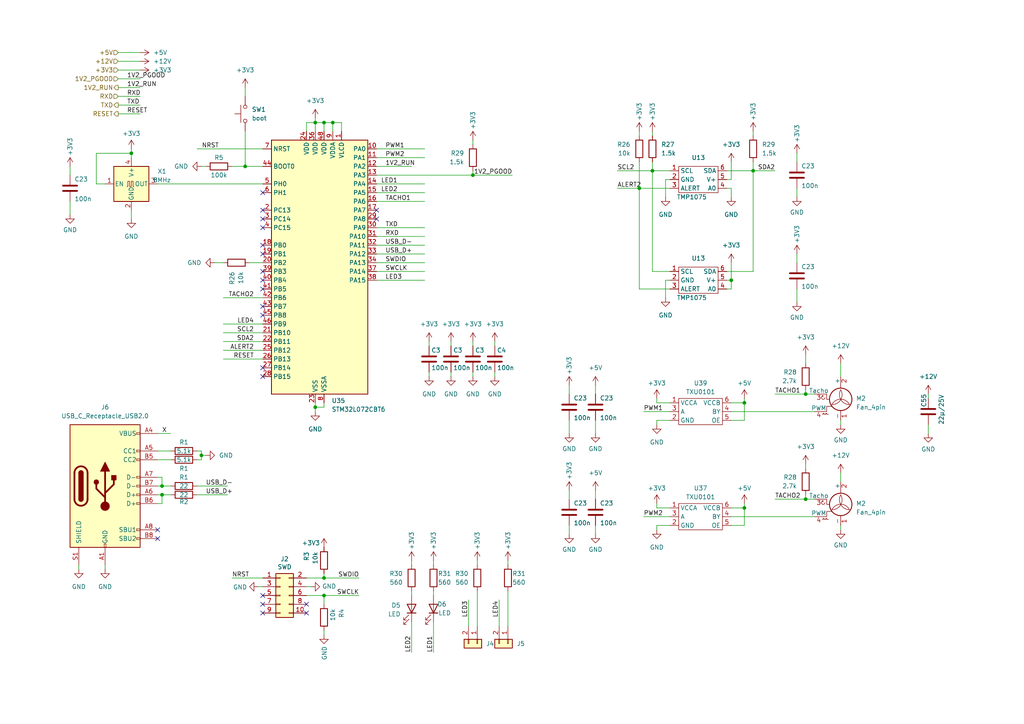
<source format=kicad_sch>
(kicad_sch (version 20231120) (generator "eeschema") (generator_version "8.0")
  (paper "A4")
  (lib_symbols
    (symbol "Connector:USB_C_Receptacle_USB2.0" (pin_names (offset 1.016))
      (property "Reference" "J" (at -10.16 19.05 0))
      (property "Value" "USB_C_Receptacle_USB2.0" (at 19.05 19.05 0))
      (symbol "USB_C_Receptacle_USB2.0_1_1"
        (pin passive line (at 0 -22.86 90) (length 5.08) (name "GND") (number "A1"))
        (pin passive line (at 0 -22.86 90) (length 5.08) hide (name "GND") (number "A12"))
        (pin passive line (at 15.24 15.24 180) (length 5.08) (name "VBUS") (number "A4"))
        (pin bidirectional line (at 15.24 10.16 180) (length 5.08) (name "CC1") (number "A5"))
        (pin bidirectional line (at 15.24 -2.54 180) (length 5.08) (name "D+") (number "A6"))
        (pin bidirectional line (at 15.24 2.54 180) (length 5.08) (name "D-") (number "A7"))
        (pin bidirectional line (at 15.24 -12.7 180) (length 5.08) (name "SBU1") (number "A8"))
        (pin passive line (at 15.24 15.24 180) (length 5.08) hide (name "VBUS") (number "A9"))
        (pin passive line (at 0 -22.86 90) (length 5.08) hide (name "GND") (number "B1"))
        (pin passive line (at 0 -22.86 90) (length 5.08) hide (name "GND") (number "B12"))
        (pin passive line (at 15.24 15.24 180) (length 5.08) hide (name "VBUS") (number "B4"))
        (pin bidirectional line (at 15.24 7.62 180) (length 5.08) (name "CC2") (number "B5"))
        (pin bidirectional line (at 15.24 -5.08 180) (length 5.08) (name "D+") (number "B6"))
        (pin bidirectional line (at 15.24 0 180) (length 5.08) (name "D-") (number "B7"))
        (pin bidirectional line (at 15.24 -15.24 180) (length 5.08) (name "SBU2") (number "B8"))
        (pin passive line (at 15.24 15.24 180) (length 5.08) hide (name "VBUS") (number "B9"))
        (pin passive line (at -7.62 -22.86 90) (length 5.08) (name "SHIELD") (number "S1"))
      )
    )
    (symbol "Connector_Generic:Conn_01x02" (pin_names (offset 1.016) hide)
      (property "Reference" "J" (at 0 2.54 0))
      (property "Value" "Conn_01x02" (at 0 -5.08 0))
      (symbol "Conn_01x02_1_1"
        (pin passive line (at -5.08 0 0) (length 3.81) (name "Pin_1") (number "1"))
        (pin passive line (at -5.08 -2.54 0) (length 3.81) (name "Pin_2") (number "2"))
      )
    )
    (symbol "Device:C" (pin_numbers hide) (pin_names (offset 0.254))
      (property "Reference" "C" (at 0.635 2.54 0))
      (property "Value" "C" (at 0.635 -2.54 0))
      (symbol "C_1_1"
        (pin passive line (at 0 3.81 270) (length 2.794) (name "~") (number "1"))
        (pin passive line (at 0 -3.81 90) (length 2.794) (name "~") (number "2"))
      )
    )
    (symbol "Device:LED" (pin_numbers hide) (pin_names (offset 1.016) hide)
      (property "Reference" "D" (at 0 2.54 0))
      (property "Value" "LED" (at 0 -2.54 0))
      (symbol "LED_1_1"
        (pin passive line (at -3.81 0 0) (length 2.54) (name "K") (number "1"))
        (pin passive line (at 3.81 0 180) (length 2.54) (name "A") (number "2"))
      )
    )
    (symbol "Device:R" (pin_numbers hide) (pin_names (offset 0))
      (property "Reference" "R" (at 2.032 0 90))
      (property "Value" "R" (at 0 0 90))
      (symbol "R_1_1"
        (pin passive line (at 0 3.81 270) (length 1.27) (name "~") (number "1"))
        (pin passive line (at 0 -3.81 90) (length 1.27) (name "~") (number "2"))
      )
    )
    (symbol "GND_1" (power) (pin_names (offset 0))
      (property "Value" "GND_1" (at 0 -3.81 0))
      (symbol "GND_1_1_1"
        (pin power_in line (at 0 0 270) (length 0) hide (name "GND") (number "1"))
      )
    )
    (symbol "MCU_ST_STM32L1:STM32L151C8TxA"
      (property "Reference" "U" (at -12.7 39.37 0))
      (property "Value" "STM32L151C8TxA" (at 10.16 39.37 0))
      (symbol "STM32L151C8TxA_1_1"
        (pin power_in line (at 7.62 40.64 270) (length 2.54) (name "VLCD") (number "1"))
        (pin bidirectional line (at 17.78 35.56 180) (length 2.54) (name "PA0") (number "10"))
        (pin bidirectional line (at 17.78 33.02 180) (length 2.54) (name "PA1") (number "11"))
        (pin bidirectional line (at 17.78 30.48 180) (length 2.54) (name "PA2") (number "12"))
        (pin bidirectional line (at 17.78 27.94 180) (length 2.54) (name "PA3") (number "13"))
        (pin bidirectional line (at 17.78 25.4 180) (length 2.54) (name "PA4") (number "14"))
        (pin bidirectional line (at 17.78 22.86 180) (length 2.54) (name "PA5") (number "15"))
        (pin bidirectional line (at 17.78 20.32 180) (length 2.54) (name "PA6") (number "16"))
        (pin bidirectional line (at 17.78 17.78 180) (length 2.54) (name "PA7") (number "17"))
        (pin bidirectional line (at -15.24 7.62 0) (length 2.54) (name "PB0") (number "18"))
        (pin bidirectional line (at -15.24 5.08 0) (length 2.54) (name "PB1") (number "19"))
        (pin bidirectional line (at -15.24 17.78 0) (length 2.54) (name "PC13") (number "2"))
        (pin bidirectional line (at -15.24 2.54 0) (length 2.54) (name "PB2") (number "20"))
        (pin bidirectional line (at -15.24 -17.78 0) (length 2.54) (name "PB10") (number "21"))
        (pin bidirectional line (at -15.24 -20.32 0) (length 2.54) (name "PB11") (number "22"))
        (pin power_in line (at 0 -38.1 90) (length 2.54) (name "VSS") (number "23"))
        (pin power_in line (at -2.54 40.64 270) (length 2.54) (name "VDD") (number "24"))
        (pin bidirectional line (at -15.24 -22.86 0) (length 2.54) (name "PB12") (number "25"))
        (pin bidirectional line (at -15.24 -25.4 0) (length 2.54) (name "PB13") (number "26"))
        (pin bidirectional line (at -15.24 -27.94 0) (length 2.54) (name "PB14") (number "27"))
        (pin bidirectional line (at -15.24 -30.48 0) (length 2.54) (name "PB15") (number "28"))
        (pin bidirectional line (at 17.78 15.24 180) (length 2.54) (name "PA8") (number "29"))
        (pin bidirectional line (at -15.24 15.24 0) (length 2.54) (name "PC14") (number "3"))
        (pin bidirectional line (at 17.78 12.7 180) (length 2.54) (name "PA9") (number "30"))
        (pin bidirectional line (at 17.78 10.16 180) (length 2.54) (name "PA10") (number "31"))
        (pin bidirectional line (at 17.78 7.62 180) (length 2.54) (name "PA11") (number "32"))
        (pin bidirectional line (at 17.78 5.08 180) (length 2.54) (name "PA12") (number "33"))
        (pin bidirectional line (at 17.78 2.54 180) (length 2.54) (name "PA13") (number "34"))
        (pin passive line (at 0 -38.1 90) (length 2.54) hide (name "VSS") (number "35"))
        (pin power_in line (at 0 40.64 270) (length 2.54) (name "VDD") (number "36"))
        (pin bidirectional line (at 17.78 0 180) (length 2.54) (name "PA14") (number "37"))
        (pin bidirectional line (at 17.78 -2.54 180) (length 2.54) (name "PA15") (number "38"))
        (pin bidirectional line (at -15.24 0 0) (length 2.54) (name "PB3") (number "39"))
        (pin bidirectional line (at -15.24 12.7 0) (length 2.54) (name "PC15") (number "4"))
        (pin bidirectional line (at -15.24 -2.54 0) (length 2.54) (name "PB4") (number "40"))
        (pin bidirectional line (at -15.24 -5.08 0) (length 2.54) (name "PB5") (number "41"))
        (pin bidirectional line (at -15.24 -7.62 0) (length 2.54) (name "PB6") (number "42"))
        (pin bidirectional line (at -15.24 -10.16 0) (length 2.54) (name "PB7") (number "43"))
        (pin input line (at -15.24 30.48 0) (length 2.54) (name "BOOT0") (number "44"))
        (pin bidirectional line (at -15.24 -12.7 0) (length 2.54) (name "PB8") (number "45"))
        (pin bidirectional line (at -15.24 -15.24 0) (length 2.54) (name "PB9") (number "46"))
        (pin passive line (at 0 -38.1 90) (length 2.54) hide (name "VSS") (number "47"))
        (pin power_in line (at 2.54 40.64 270) (length 2.54) (name "VDD") (number "48"))
        (pin bidirectional line (at -15.24 25.4 0) (length 2.54) (name "PH0") (number "5"))
        (pin bidirectional line (at -15.24 22.86 0) (length 2.54) (name "PH1") (number "6"))
        (pin input line (at -15.24 35.56 0) (length 2.54) (name "NRST") (number "7"))
        (pin power_in line (at 2.54 -38.1 90) (length 2.54) (name "VSSA") (number "8"))
        (pin power_in line (at 5.08 40.64 270) (length 2.54) (name "VDDA") (number "9"))
      )
    )
    (symbol "Motor:Fan_4pin" (pin_names (offset 0))
      (property "Reference" "M" (at 2.54 5.08 0))
      (property "Value" "Fan_4pin" (at 2.54 -2.54 0))
      (symbol "Fan_4pin_1_1"
        (pin passive line (at 0 -5.08 90) (length 2.54) (name "-") (number "1"))
        (pin passive line (at 0 7.62 270) (length 2.54) (name "+") (number "2"))
        (pin passive line (at -7.62 2.54 0) (length 2.54) (name "Tacho") (number "3"))
        (pin input line (at -7.62 -2.54 0) (length 2.54) (name "PWM") (number "4"))
      )
    )
    (symbol "Oscillator:XO32" (pin_names (offset 0.254))
      (property "Reference" "X" (at -5.08 6.35 0))
      (property "Value" "XO32" (at 1.27 -6.35 0))
      (symbol "XO32_1_1"
        (pin input line (at -7.62 0 0) (length 2.54) (name "EN") (number "1"))
        (pin power_in line (at 0 -7.62 90) (length 2.54) (name "GND") (number "2"))
        (pin output line (at 7.62 0 180) (length 2.54) (name "OUT") (number "3"))
        (pin power_in line (at 0 7.62 270) (length 2.54) (name "V+") (number "4"))
      )
    )
    (symbol "Switch:SW_Push" (pin_numbers hide) (pin_names (offset 1.016) hide)
      (property "Reference" "SW" (at 1.27 2.54 0))
      (property "Value" "SW_Push" (at 0 -1.524 0))
      (symbol "SW_Push_0_1"
        (pin passive line (at -5.08 0 0) (length 2.54) (name "1") (number "1"))
        (pin passive line (at 5.08 0 180) (length 2.54) (name "2") (number "2"))
      )
    )
    (symbol "clock-rescue:R" (pin_numbers hide) (pin_names (offset 0))
      (property "Reference" "R" (at 2.032 0 90))
      (property "Value" "R" (at 0 0 90))
      (symbol "R_1_1"
        (pin passive line (at 0 3.81 270) (length 1.27) (name "~") (number "1"))
        (pin passive line (at 0 -3.81 90) (length 1.27) (name "~") (number "2"))
      )
    )
    (symbol "dwc-hat-rescue:+3V3-power" (power) (pin_names (offset 0))
      (property "Value" "+3V3-power" (at 0 3.556 0))
      (symbol "+3V3-power_1_1"
        (pin power_in line (at 0 0 90) (length 0) hide (name "+3V3") (number "1"))
      )
    )
    (symbol "dwc-hat-rescue:Conn_02x05_Odd_Even-Connector_Generic" (pin_names (offset 1.016) hide)
      (property "Reference" "J" (at 1.27 7.62 0))
      (property "Value" "Connector_Generic_Conn_02x05_Odd_Even" (at 1.27 -7.62 0))
      (symbol "Conn_02x05_Odd_Even-Connector_Generic_1_1"
        (pin passive line (at -5.08 5.08 0) (length 3.81) (name "Pin_1") (number "1"))
        (pin passive line (at 7.62 -5.08 180) (length 3.81) (name "Pin_10") (number "10"))
        (pin passive line (at 7.62 5.08 180) (length 3.81) (name "Pin_2") (number "2"))
        (pin passive line (at -5.08 2.54 0) (length 3.81) (name "Pin_3") (number "3"))
        (pin passive line (at 7.62 2.54 180) (length 3.81) (name "Pin_4") (number "4"))
        (pin passive line (at -5.08 0 0) (length 3.81) (name "Pin_5") (number "5"))
        (pin passive line (at 7.62 0 180) (length 3.81) (name "Pin_6") (number "6"))
        (pin passive line (at -5.08 -2.54 0) (length 3.81) (name "Pin_7") (number "7"))
        (pin passive line (at 7.62 -2.54 180) (length 3.81) (name "Pin_8") (number "8"))
        (pin passive line (at -5.08 -5.08 0) (length 3.81) (name "Pin_9") (number "9"))
      )
    )
    (symbol "dwc-hat-rescue:GND-power" (power) (pin_names (offset 0))
      (property "Value" "GND-power" (at 0 -3.81 0))
      (symbol "GND-power_1_1"
        (pin power_in line (at 0 0 270) (length 0) hide (name "GND") (number "1"))
      )
    )
    (symbol "dwc-hat-rescue:R-Device" (pin_numbers hide) (pin_names (offset 0))
      (property "Reference" "R" (at 2.032 0 90))
      (property "Value" "Device_R" (at 0 0 90))
      (symbol "R-Device_1_1"
        (pin passive line (at 0 3.81 270) (length 1.27) (name "~") (number "1"))
        (pin passive line (at 0 -3.81 90) (length 1.27) (name "~") (number "2"))
      )
    )
    (symbol "mylib7:TMP1075-DRL-SOT563"
      (property "Reference" "U" (at -5.08 5.08 0))
      (symbol "TMP1075-DRL-SOT563_1_1"
        (pin open_collector line (at -8.89 2.54 0) (length 2.54) (name "SCL") (number "1"))
        (pin power_in line (at -8.89 0 0) (length 2.54) (name "GND") (number "2"))
        (pin open_collector line (at -8.89 -2.54 0) (length 2.54) (name "ALERT") (number "3"))
        (pin input line (at 7.62 -2.54 180) (length 2.54) (name "A0") (number "4"))
        (pin power_in line (at 7.62 0 180) (length 2.54) (name "V+") (number "5"))
        (pin open_collector line (at 7.62 2.54 180) (length 2.54) (name "SDA") (number "6"))
      )
    )
    (symbol "mylib7:TXU0101DCK"
      (property "Reference" "U" (at -5.08 5.08 0))
      (property "Value" "TXU0101" (at -1.27 -5.08 0))
      (symbol "TXU0101DCK_1_1"
        (pin power_in line (at -8.89 2.54 0) (length 2.54) (name "VCCA") (number "1"))
        (pin power_in line (at -8.89 -2.54 0) (length 2.54) (name "GND") (number "2"))
        (pin input line (at -8.89 0 0) (length 2.54) (name "A") (number "3"))
        (pin output line (at 8.89 0 180) (length 2.54) (name "BY") (number "4"))
        (pin input line (at 8.89 -2.54 180) (length 2.54) (name "OE") (number "5"))
        (pin power_in line (at 8.89 2.54 180) (length 2.54) (name "VCCB") (number "6"))
      )
    )
    (symbol "power:+12V" (power) (pin_names (offset 0))
      (property "Value" "+12V" (at 0 3.556 0))
      (symbol "+12V_1_1"
        (pin power_in line (at 0 0 90) (length 0) hide (name "+12V") (number "1"))
      )
    )
    (symbol "power:+3V3" (power) (pin_names (offset 0))
      (property "Value" "+3V3" (at 0 3.556 0))
      (symbol "+3V3_1_1"
        (pin power_in line (at 0 0 90) (length 0) hide (name "+3V3") (number "1"))
      )
    )
    (symbol "power:+5V" (power) (pin_names (offset 0))
      (property "Value" "+5V" (at 0 3.556 0))
      (symbol "+5V_1_1"
        (pin power_in line (at 0 0 90) (length 0) hide (name "+5V") (number "1"))
      )
    )
    (symbol "power:GND" (power) (pin_names (offset 0))
      (property "Value" "GND" (at 0 -3.81 0))
      (symbol "GND_1_1"
        (pin power_in line (at 0 0 270) (length 0) hide (name "GND") (number "1"))
      )
    )
    (symbol "vfd1-rescue:C" (pin_numbers hide) (pin_names (offset 0.254))
      (property "Reference" "C" (at 0.635 2.54 0))
      (property "Value" "C" (at 0.635 -2.54 0))
      (symbol "C_1_1"
        (pin passive line (at 0 3.81 270) (length 2.794) (name "~") (number "1"))
        (pin passive line (at 0 -3.81 90) (length 2.794) (name "~") (number "2"))
      )
    )
  )
  (junction (at 185.42 54.61))
  (junction (at 215.9 116.84))
  (junction (at 212.09 81.28))
  (junction (at 189.23 49.53))
  (junction (at 38.1 44.45))
  (junction (at 58.42 132.08))
  (junction (at 233.68 114.3))
  (junction (at 91.44 35.56))
  (junction (at 91.44 118.11))
  (junction (at 233.68 144.78))
  (junction (at 46.99 143.51))
  (junction (at 137.16 50.8))
  (junction (at 93.98 167.64))
  (junction (at 93.98 35.56))
  (junction (at 215.9 147.32))
  (junction (at 96.52 35.56))
  (junction (at 71.12 48.26))
  (junction (at 218.44 49.53))
  (junction (at 93.98 172.72))
  (junction (at 46.99 140.97))
  (no_connect (at 76.2 106.68))
  (no_connect (at 88.9 175.26))
  (no_connect (at 76.2 66.04))
  (no_connect (at 76.2 175.26))
  (no_connect (at 76.2 71.12))
  (no_connect (at 76.2 81.28))
  (no_connect (at 76.2 60.96))
  (no_connect (at 76.2 109.22))
  (no_connect (at 76.2 55.88))
  (no_connect (at 109.22 63.5))
  (no_connect (at 76.2 88.9))
  (no_connect (at 76.2 177.8))
  (no_connect (at 76.2 83.82))
  (no_connect (at 45.72 156.21))
  (no_connect (at 76.2 63.5))
  (no_connect (at 109.22 60.96))
  (no_connect (at 76.2 78.74))
  (no_connect (at 88.9 177.8))
  (no_connect (at 76.2 73.66))
  (no_connect (at 76.2 91.44))
  (no_connect (at 76.2 172.72))
  (no_connect (at 45.72 153.67))
  (wire (pts (xy 185.42 38.1) (xy 185.42 39.37)))
  (wire (pts (xy 190.5 116.84) (xy 194.31 116.84)))
  (wire (pts (xy 93.98 167.64) (xy 88.9 167.64)))
  (wire (pts (xy 147.32 171.45) (xy 147.32 181.61)))
  (wire (pts (xy 71.12 48.26) (xy 76.2 48.26)))
  (wire (pts (xy 90.17 170.18) (xy 88.9 170.18)))
  (wire (pts (xy 218.44 49.53) (xy 224.79 49.53)))
  (wire (pts (xy 194.31 81.28) (xy 193.04 81.28)))
  (wire (pts (xy 185.42 54.61) (xy 185.42 83.82)))
  (wire (pts (xy 218.44 38.1) (xy 218.44 39.37)))
  (wire (pts (xy 243.84 121.92) (xy 243.84 123.19)))
  (wire (pts (xy 64.77 96.52) (xy 76.2 96.52)))
  (wire (pts (xy 71.12 38.1) (xy 71.12 48.26)))
  (wire (pts (xy 212.09 152.4) (xy 215.9 152.4)))
  (wire (pts (xy 20.32 58.42) (xy 20.32 62.23)))
  (wire (pts (xy 119.38 162.56) (xy 119.38 163.83)))
  (wire (pts (xy 233.68 102.87) (xy 233.68 105.41)))
  (wire (pts (xy 46.99 146.05) (xy 45.72 146.05)))
  (wire (pts (xy 34.29 33.02) (xy 40.64 33.02)))
  (wire (pts (xy 189.23 78.74) (xy 194.31 78.74)))
  (wire (pts (xy 109.22 68.58) (xy 123.19 68.58)))
  (wire (pts (xy 64.77 104.14) (xy 76.2 104.14)))
  (wire (pts (xy 109.22 43.18) (xy 123.19 43.18)))
  (wire (pts (xy 172.72 142.24) (xy 172.72 144.78)))
  (wire (pts (xy 109.22 71.12) (xy 123.19 71.12)))
  (wire (pts (xy 58.42 132.08) (xy 59.69 132.08)))
  (wire (pts (xy 231.14 44.45) (xy 231.14 46.99)))
  (wire (pts (xy 194.31 52.07) (xy 193.04 52.07)))
  (wire (pts (xy 109.22 55.88) (xy 123.19 55.88)))
  (wire (pts (xy 212.09 83.82) (xy 210.82 83.82)))
  (wire (pts (xy 91.44 118.11) (xy 91.44 119.38)))
  (wire (pts (xy 186.69 149.86) (xy 194.31 149.86)))
  (wire (pts (xy 224.79 144.78) (xy 233.68 144.78)))
  (wire (pts (xy 119.38 180.34) (xy 119.38 189.23)))
  (wire (pts (xy 210.82 52.07) (xy 212.09 52.07)))
  (wire (pts (xy 22.86 163.83) (xy 22.86 165.1)))
  (wire (pts (xy 64.77 99.06) (xy 76.2 99.06)))
  (wire (pts (xy 190.5 146.05) (xy 190.5 147.32)))
  (wire (pts (xy 165.1 142.24) (xy 165.1 144.78)))
  (wire (pts (xy 93.98 38.1) (xy 93.98 35.56)))
  (wire (pts (xy 45.72 53.34) (xy 76.2 53.34)))
  (wire (pts (xy 185.42 83.82) (xy 194.31 83.82)))
  (wire (pts (xy 137.16 49.53) (xy 137.16 50.8)))
  (wire (pts (xy 135.89 173.99) (xy 135.89 181.61)))
  (wire (pts (xy 57.15 43.18) (xy 76.2 43.18)))
  (wire (pts (xy 193.04 81.28) (xy 193.04 86.36)))
  (wire (pts (xy 233.68 143.51) (xy 233.68 144.78)))
  (wire (pts (xy 34.29 30.48) (xy 40.64 30.48)))
  (wire (pts (xy 104.14 167.64) (xy 93.98 167.64)))
  (wire (pts (xy 46.99 140.97) (xy 49.53 140.97)))
  (wire (pts (xy 190.5 153.67) (xy 190.5 152.4)))
  (wire (pts (xy 212.09 119.38) (xy 236.22 119.38)))
  (wire (pts (xy 91.44 116.84) (xy 91.44 118.11)))
  (wire (pts (xy 38.1 60.96) (xy 38.1 63.5)))
  (wire (pts (xy 46.99 143.51) (xy 49.53 143.51)))
  (wire (pts (xy 109.22 73.66) (xy 123.19 73.66)))
  (wire (pts (xy 58.42 48.26) (xy 59.69 48.26)))
  (wire (pts (xy 165.1 111.76) (xy 165.1 114.3)))
  (wire (pts (xy 130.81 107.95) (xy 130.81 109.22)))
  (wire (pts (xy 269.24 123.19) (xy 269.24 125.73)))
  (wire (pts (xy 190.5 152.4) (xy 194.31 152.4)))
  (wire (pts (xy 124.46 99.06) (xy 124.46 100.33)))
  (wire (pts (xy 93.98 175.26) (xy 93.98 172.72)))
  (wire (pts (xy 185.42 46.99) (xy 185.42 54.61)))
  (wire (pts (xy 233.68 113.03) (xy 233.68 114.3)))
  (wire (pts (xy 96.52 35.56) (xy 96.52 38.1)))
  (wire (pts (xy 45.72 125.73) (xy 49.53 125.73)))
  (wire (pts (xy 57.15 140.97) (xy 66.04 140.97)))
  (wire (pts (xy 34.29 25.4) (xy 40.64 25.4)))
  (wire (pts (xy 96.52 35.56) (xy 99.06 35.56)))
  (wire (pts (xy 210.82 78.74) (xy 218.44 78.74)))
  (wire (pts (xy 231.14 83.82) (xy 231.14 87.63)))
  (wire (pts (xy 172.72 152.4) (xy 172.72 154.94)))
  (wire (pts (xy 179.07 49.53) (xy 189.23 49.53)))
  (wire (pts (xy 34.29 20.32) (xy 40.64 20.32)))
  (wire (pts (xy 243.84 152.4) (xy 243.84 153.67)))
  (wire (pts (xy 143.51 107.95) (xy 143.51 109.22)))
  (wire (pts (xy 119.38 171.45) (xy 119.38 172.72)))
  (wire (pts (xy 215.9 121.92) (xy 215.9 116.84)))
  (wire (pts (xy 58.42 130.81) (xy 58.42 132.08)))
  (wire (pts (xy 88.9 38.1) (xy 88.9 35.56)))
  (wire (pts (xy 109.22 81.28) (xy 123.19 81.28)))
  (wire (pts (xy 233.68 134.62) (xy 233.68 135.89)))
  (wire (pts (xy 34.29 15.24) (xy 40.64 15.24)))
  (wire (pts (xy 190.5 123.19) (xy 190.5 121.92)))
  (wire (pts (xy 172.72 111.76) (xy 172.72 114.3)))
  (wire (pts (xy 210.82 81.28) (xy 212.09 81.28)))
  (wire (pts (xy 109.22 45.72) (xy 123.19 45.72)))
  (wire (pts (xy 30.48 53.34) (xy 27.94 53.34)))
  (wire (pts (xy 38.1 44.45) (xy 38.1 45.72)))
  (wire (pts (xy 212.09 52.07) (xy 212.09 46.99)))
  (wire (pts (xy 109.22 53.34) (xy 123.19 53.34)))
  (wire (pts (xy 212.09 149.86) (xy 236.22 149.86)))
  (wire (pts (xy 93.98 118.11) (xy 91.44 118.11)))
  (wire (pts (xy 137.16 50.8) (xy 109.22 50.8)))
  (wire (pts (xy 212.09 121.92) (xy 215.9 121.92)))
  (wire (pts (xy 233.68 144.78) (xy 236.22 144.78)))
  (wire (pts (xy 109.22 58.42) (xy 123.19 58.42)))
  (wire (pts (xy 212.09 81.28) (xy 212.09 83.82)))
  (wire (pts (xy 189.23 46.99) (xy 189.23 49.53)))
  (wire (pts (xy 215.9 147.32) (xy 215.9 146.05)))
  (wire (pts (xy 189.23 38.1) (xy 189.23 39.37)))
  (wire (pts (xy 144.78 173.99) (xy 144.78 181.61)))
  (wire (pts (xy 143.51 99.06) (xy 143.51 100.33)))
  (wire (pts (xy 67.31 48.26) (xy 71.12 48.26)))
  (wire (pts (xy 165.1 121.92) (xy 165.1 125.73)))
  (wire (pts (xy 45.72 143.51) (xy 46.99 143.51)))
  (wire (pts (xy 124.46 107.95) (xy 124.46 109.22)))
  (wire (pts (xy 45.72 138.43) (xy 46.99 138.43)))
  (wire (pts (xy 137.16 99.06) (xy 137.16 100.33)))
  (wire (pts (xy 64.77 93.98) (xy 76.2 93.98)))
  (wire (pts (xy 119.38 48.26) (xy 109.22 48.26)))
  (wire (pts (xy 91.44 34.29) (xy 91.44 35.56)))
  (wire (pts (xy 165.1 152.4) (xy 165.1 154.94)))
  (wire (pts (xy 93.98 166.37) (xy 93.98 167.64)))
  (wire (pts (xy 46.99 138.43) (xy 46.99 140.97)))
  (wire (pts (xy 172.72 121.92) (xy 172.72 125.73)))
  (wire (pts (xy 104.14 172.72) (xy 93.98 172.72)))
  (wire (pts (xy 212.09 81.28) (xy 212.09 76.2)))
  (wire (pts (xy 243.84 105.41) (xy 243.84 109.22)))
  (wire (pts (xy 138.43 171.45) (xy 138.43 181.61)))
  (wire (pts (xy 46.99 143.51) (xy 46.99 146.05)))
  (wire (pts (xy 38.1 43.18) (xy 38.1 44.45)))
  (wire (pts (xy 189.23 49.53) (xy 194.31 49.53)))
  (wire (pts (xy 88.9 35.56) (xy 91.44 35.56)))
  (wire (pts (xy 243.84 137.16) (xy 243.84 139.7)))
  (wire (pts (xy 71.12 25.4) (xy 71.12 27.94)))
  (wire (pts (xy 34.29 22.86) (xy 40.64 22.86)))
  (wire (pts (xy 109.22 76.2) (xy 123.19 76.2)))
  (wire (pts (xy 91.44 35.56) (xy 93.98 35.56)))
  (wire (pts (xy 93.98 35.56) (xy 96.52 35.56)))
  (wire (pts (xy 224.79 114.3) (xy 233.68 114.3)))
  (wire (pts (xy 58.42 132.08) (xy 58.42 133.35)))
  (wire (pts (xy 189.23 49.53) (xy 189.23 78.74)))
  (wire (pts (xy 215.9 152.4) (xy 215.9 147.32)))
  (wire (pts (xy 46.99 140.97) (xy 45.72 140.97)))
  (wire (pts (xy 179.07 54.61) (xy 185.42 54.61)))
  (wire (pts (xy 109.22 78.74) (xy 123.19 78.74)))
  (wire (pts (xy 130.81 99.06) (xy 130.81 100.33)))
  (wire (pts (xy 137.16 107.95) (xy 137.16 109.22)))
  (wire (pts (xy 148.59 50.8) (xy 137.16 50.8)))
  (wire (pts (xy 34.29 17.78) (xy 40.64 17.78)))
  (wire (pts (xy 212.09 54.61) (xy 210.82 54.61)))
  (wire (pts (xy 190.5 147.32) (xy 194.31 147.32)))
  (wire (pts (xy 193.04 52.07) (xy 193.04 57.15)))
  (wire (pts (xy 215.9 116.84) (xy 215.9 115.57)))
  (wire (pts (xy 109.22 66.04) (xy 123.19 66.04)))
  (wire (pts (xy 218.44 49.53) (xy 218.44 78.74)))
  (wire (pts (xy 20.32 48.26) (xy 20.32 50.8)))
  (wire (pts (xy 64.77 101.6) (xy 76.2 101.6)))
  (wire (pts (xy 233.68 114.3) (xy 236.22 114.3)))
  (wire (pts (xy 27.94 44.45) (xy 38.1 44.45)))
  (wire (pts (xy 125.73 162.56) (xy 125.73 163.83)))
  (wire (pts (xy 45.72 133.35) (xy 49.53 133.35)))
  (wire (pts (xy 190.5 115.57) (xy 190.5 116.84)))
  (wire (pts (xy 190.5 121.92) (xy 194.31 121.92)))
  (wire (pts (xy 93.98 116.84) (xy 93.98 118.11)))
  (wire (pts (xy 186.69 119.38) (xy 194.31 119.38)))
  (wire (pts (xy 137.16 40.64) (xy 137.16 41.91)))
  (wire (pts (xy 62.23 76.2) (xy 64.77 76.2)))
  (wire (pts (xy 147.32 162.56) (xy 147.32 163.83)))
  (wire (pts (xy 57.15 130.81) (xy 58.42 130.81)))
  (wire (pts (xy 30.48 163.83) (xy 30.48 165.1)))
  (wire (pts (xy 45.72 130.81) (xy 49.53 130.81)))
  (wire (pts (xy 125.73 171.45) (xy 125.73 172.72)))
  (wire (pts (xy 72.39 76.2) (xy 76.2 76.2)))
  (wire (pts (xy 27.94 53.34) (xy 27.94 44.45)))
  (wire (pts (xy 91.44 35.56) (xy 91.44 38.1)))
  (wire (pts (xy 218.44 46.99) (xy 218.44 49.53)))
  (wire (pts (xy 93.98 172.72) (xy 88.9 172.72)))
  (wire (pts (xy 125.73 180.34) (xy 125.73 189.23)))
  (wire (pts (xy 67.31 167.64) (xy 76.2 167.64)))
  (wire (pts (xy 210.82 49.53) (xy 218.44 49.53)))
  (wire (pts (xy 57.15 143.51) (xy 66.04 143.51)))
  (wire (pts (xy 185.42 54.61) (xy 194.31 54.61)))
  (wire (pts (xy 58.42 133.35) (xy 57.15 133.35)))
  (wire (pts (xy 269.24 114.3) (xy 269.24 115.57)))
  (wire (pts (xy 212.09 57.15) (xy 212.09 54.61)))
  (wire (pts (xy 93.98 182.88) (xy 93.98 184.15)))
  (wire (pts (xy 99.06 38.1) (xy 99.06 35.56)))
  (wire (pts (xy 74.93 170.18) (xy 76.2 170.18)))
  (wire (pts (xy 64.77 86.36) (xy 76.2 86.36)))
  (wire (pts (xy 34.29 27.94) (xy 40.64 27.94)))
  (wire (pts (xy 231.14 73.66) (xy 231.14 76.2)))
  (wire (pts (xy 212.09 116.84) (xy 215.9 116.84)))
  (wire (pts (xy 212.09 147.32) (xy 215.9 147.32)))
  (wire (pts (xy 231.14 54.61) (xy 231.14 57.15)))
  (wire (pts (xy 138.43 162.56) (xy 138.43 163.83)))
  (label "X" (at 46.99 125.73 0))
  (label "USB_D+" (at 59.69 143.51 0))
  (label "PWM2" (at 111.76 45.72 0))
  (label "TACHO1" (at 111.76 58.42 0))
  (label "SDA2" (at 224.79 49.53 180))
  (label "USB_D+" (at 111.76 73.66 0))
  (label "RESET" (at 73.66 104.14 180))
  (label "SWDIO" (at 104.14 167.64 180))
  (label "LED1" (at 125.73 189.23 90))
  (label "TXD" (at 111.76 66.04 0))
  (label "RESET" (at 36.83 33.02 0))
  (label "SWCLK" (at 111.76 78.74 0))
  (label "USB_D-" (at 59.69 140.97 0))
  (label "LED1" (at 110.49 53.34 0))
  (label "TACHO2" (at 73.66 86.36 180))
  (label "SDA2" (at 73.66 99.06 180))
  (label "1V2_RUN" (at 111.76 48.26 0))
  (label "1V2_RUN" (at 36.83 25.4 0))
  (label "NRST" (at 67.31 167.64 0))
  (label "TXD" (at 36.83 30.48 0))
  (label "NRST" (at 63.5 43.18 180))
  (label "LED4" (at 144.78 179.07 90))
  (label "LED3" (at 111.76 81.28 0))
  (label "1V2_PGOOD" (at 148.59 50.8 180))
  (label "ALERT2" (at 179.07 54.61 0))
  (label "USB_D-" (at 111.76 71.12 0))
  (label "LED3" (at 135.89 179.07 90))
  (label "RXD" (at 111.76 68.58 0))
  (label "LED2" (at 110.49 55.88 0))
  (label "SWCLK" (at 104.14 172.72 180))
  (label "ALERT2" (at 73.66 101.6 180))
  (label "TACHO2" (at 224.79 144.78 0))
  (label "LED2" (at 119.38 189.23 90))
  (label "SWDIO" (at 111.76 76.2 0))
  (label "PWM2" (at 186.69 149.86 0))
  (label "SCL2" (at 73.66 96.52 180))
  (label "PWM1" (at 111.76 43.18 0))
  (label "LED4" (at 73.66 93.98 180))
  (label "1V2_PGOOD" (at 36.83 22.86 0))
  (label "PWM1" (at 186.69 119.38 0))
  (label "SCL2" (at 179.07 49.53 0))
  (label "RXD" (at 36.83 27.94 0))
  (label "TACHO1" (at 224.79 114.3 0))
  (hierarchical_label "RXD" (shape input) (at 34.29 27.94 180))
  (hierarchical_label "+5V" (shape input) (at 34.29 15.24 180))
  (hierarchical_label "RESET" (shape output) (at 34.29 33.02 180))
  (hierarchical_label "1V2_RUN" (shape output) (at 34.29 25.4 180))
  (hierarchical_label "+3V3" (shape input) (at 34.29 20.32 180))
  (hierarchical_label "TXD" (shape output) (at 34.29 30.48 180))
  (hierarchical_label "+12V" (shape input) (at 34.29 17.78 180))
  (hierarchical_label "1V2_PGOOD" (shape input) (at 34.29 22.86 180))
  (symbol (lib_id "Device:LED") (at 125.73 176.53 270) (mirror x) (unit 1)
    (property "Reference" "D6" (at 129.54 175.26 90) (effects (justify right)))
    (property "Value" "LED" (at 130.81 177.8 90) (effects (justify right)))
    (property "Footprint" "LED_SMD:LED_1206_3216Metric" (effects (hide yes)))
  )
  (symbol (lib_id "Device:R") (at 125.73 167.64 0) (unit 1)
    (property "Reference" "R31" (at 127 166.37 0) (effects (justify left)))
    (property "Value" "560" (at 127 168.91 0) (effects (justify left)))
    (property "Footprint" "Resistor_SMD:R_0805_2012Metric" (effects (hide yes)))
  )
  (symbol (lib_id "power:+3V3") (at 71.12 25.4 0) (unit 1)
    (property "Reference" "#PWR020" (effects (hide yes)))
    (property "Value" "+3V3" (at 71.12 20.32 0))
  )
  (symbol (lib_name "GND_1") (lib_id "power:GND") (at 190.5 153.67 0) (unit 1)
    (property "Reference" "#PWR0207" (effects (hide yes)))
    (property "Value" "GND" (at 190.5 158.75 0))
  )
  (symbol (lib_id "Device:C") (at 20.32 54.61 0) (unit 1)
    (property "Reference" "C23" (at 21.59 52.705 0) (effects (justify left bottom)))
    (property "Value" "100n" (at 21.59 58.42 0) (effects (justify left bottom)))
    (property "Footprint" "Capacitor_SMD:C_0805_2012Metric" (effects (hide yes)))
  )
  (symbol (lib_id "Device:C") (at 172.72 148.59 0) (unit 1)
    (property "Reference" "C23" (at 173.99 146.685 0) (effects (justify left bottom)))
    (property "Value" "100n" (at 173.99 152.4 0) (effects (justify left bottom)))
    (property "Footprint" "Capacitor_SMD:C_0805_2012Metric" (effects (hide yes)))
  )
  (symbol (lib_id "Device:R") (at 218.44 43.18 0) (unit 1)
    (property "Reference" "R29" (at 220.98 41.91 0) (effects (justify left)))
    (property "Value" "1.5k" (at 220.98 44.45 0) (effects (justify left)))
    (property "Footprint" "Resistor_SMD:R_0805_2012Metric" (effects (hide yes)))
  )
  (symbol (lib_id "Device:R") (at 233.68 109.22 0) (mirror y) (unit 1)
    (property "Reference" "R28" (at 231.14 107.95 0) (effects (justify left)))
    (property "Value" "2.7k" (at 231.14 110.49 0) (effects (justify left)))
    (property "Footprint" "Resistor_SMD:R_0805_2012Metric" (effects (hide yes)))
  )
  (symbol (lib_id "power:+3V3") (at 190.5 146.05 0) (unit 1)
    (property "Reference" "#PWR0193" (effects (hide yes)))
    (property "Value" "+3V3" (at 190.5 141.605 0))
  )
  (symbol (lib_id "power:+12V") (at 40.64 17.78 270) (unit 1)
    (property "Reference" "#PWR0226" (effects (hide yes)))
    (property "Value" "+12V" (at 44.45 17.78 90) (effects (justify left)))
  )
  (symbol (lib_id "mylib7:TXU0101DCK") (at 203.2 149.86 0) (unit 1)
    (property "Reference" "U37" (at 203.2 141.605 0))
    (property "Value" "TXU0101" (at 203.2 144.145 0))
    (property "Footprint" "Package_TO_SOT_SMD:SOT-363_SC-70-6" (effects (hide yes)))
    (property "Distributor" "D" (effects (hide yes)))
    (property "Manufacturer" "TXU0101DCKR" (effects (hide yes)))
    (property "OrderNr" "296-TXU0101DCKRCT-ND" (effects (hide yes)))
  )
  (symbol (lib_id "power:+5V") (at 215.9 146.05 0) (unit 1)
    (property "Reference" "#PWR0208" (effects (hide yes)))
    (property "Value" "+5V" (at 215.9 141.605 0))
  )
  (symbol (lib_name "GND_1") (lib_id "power:GND") (at 212.09 57.15 0) (unit 1)
    (property "Reference" "#PWR097" (effects (hide yes)))
    (property "Value" "GND" (at 212.09 62.23 0))
  )
  (symbol (lib_id "power:+12V") (at 243.84 105.41 0) (unit 1)
    (property "Reference" "#PWR0167" (effects (hide yes)))
    (property "Value" "+12V" (at 243.84 100.33 0))
  )
  (symbol (lib_id "power:+5V") (at 40.64 15.24 270) (unit 1)
    (property "Reference" "#PWR0227" (effects (hide yes)))
    (property "Value" "+5V" (at 44.45 15.24 90) (effects (justify left)))
  )
  (symbol (lib_id "power:GND") (at 91.44 119.38 0) (unit 1)
    (property "Reference" "#PWR021" (effects (hide yes)))
    (property "Value" "GND" (at 91.44 124.46 0))
  )
  (symbol (lib_id "power:GND") (at 59.69 132.08 90) (unit 1)
    (property "Reference" "#PWR0158" (effects (hide yes)))
    (property "Value" "GND" (at 63.5 132.08 90) (effects (justify right)))
  )
  (symbol (lib_id "power:+3V3") (at 143.51 99.06 0) (unit 1)
    (property "Reference" "#PWR014" (effects (hide yes)))
    (property "Value" "+3V3" (at 143.51 93.98 0))
  )
  (symbol (lib_id "power:+3V3") (at 165.1 142.24 0) (mirror y) (unit 1)
    (property "Reference" "#PWR0158" (effects (hide yes)))
    (property "Value" "+3V3" (at 165.1 136.525 90))
  )
  (symbol (lib_id "power:+3V3") (at 38.1 43.18 0) (unit 1)
    (property "Reference" "#PWR0212" (effects (hide yes)))
    (property "Value" "+3V3" (at 38.1 38.735 0))
  )
  (symbol (lib_id "power:+3V3") (at 147.32 162.56 0) (unit 1)
    (property "Reference" "#PWR0172" (effects (hide yes)))
    (property "Value" "+3V3" (at 147.32 156.845 90))
  )
  (symbol (lib_id "power:+3V3") (at 233.68 134.62 0) (unit 1)
    (property "Reference" "#PWR0164" (effects (hide yes)))
    (property "Value" "+3V3" (at 233.68 129.54 0))
  )
  (symbol (lib_id "Device:LED") (at 119.38 176.53 270) (mirror x) (unit 1)
    (property "Reference" "D5" (at 116.205 175.5775 90) (effects (justify right)))
    (property "Value" "LED" (at 116.205 178.1175 90) (effects (justify right)))
    (property "Footprint" "LED_SMD:LED_1206_3216Metric" (effects (hide yes)))
  )
  (symbol (lib_id "vfd1-rescue:C") (at 137.16 104.14 0) (unit 1)
    (property "Reference" "C3" (at 137.795 101.6 0) (effects (justify left)))
    (property "Value" "100n" (at 137.795 106.68 0) (effects (justify left)))
    (property "Footprint" "Capacitor_SMD:C_0805_2012Metric" (effects (hide yes)))
  )
  (symbol (lib_id "Device:R") (at 119.38 167.64 0) (mirror y) (unit 1)
    (property "Reference" "R30" (at 116.84 166.37 0) (effects (justify left)))
    (property "Value" "560" (at 116.84 168.91 0) (effects (justify left)))
    (property "Footprint" "Resistor_SMD:R_0805_2012Metric" (effects (hide yes)))
  )
  (symbol (lib_id "Connector_Generic:Conn_01x02") (at 147.32 186.69 270) (unit 1)
    (property "Reference" "J5" (at 149.86 186.69 90) (effects (justify left)))
    (property "Value" "Conn_01x02" (effects (hide yes)))
    (property "Footprint" "Connector_PinHeader_2.54mm:PinHeader_1x02_P2.54mm_Vertical" (effects (hide yes)))
    (property "Distributor" "-" (effects (hide yes)))
  )
  (symbol (lib_id "clock-rescue:R") (at 53.34 130.81 270) (unit 1)
    (property "Reference" "R1" (at 53.34 128.27 90))
    (property "Value" "5.1k" (at 53.34 130.81 90))
    (property "Footprint" "Resistor_SMD:R_0805_2012Metric" (effects (hide yes)))
  )
  (symbol (lib_name "GND_1") (lib_id "power:GND") (at 193.04 57.15 0) (unit 1)
    (property "Reference" "#PWR097" (effects (hide yes)))
    (property "Value" "GND" (at 193.04 62.23 0))
  )
  (symbol (lib_id "power:GND") (at 231.14 57.15 0) (mirror y) (unit 1)
    (property "Reference" "#PWR026" (effects (hide yes)))
    (property "Value" "GND" (at 231.14 61.595 0))
  )
  (symbol (lib_id "power:+5V") (at 172.72 111.76 0) (unit 1)
    (property "Reference" "#PWR0220" (effects (hide yes)))
    (property "Value" "+5V" (at 172.72 106.68 0))
  )
  (symbol (lib_id "Device:R") (at 63.5 48.26 90) (unit 1)
    (property "Reference" "R5" (at 63.5 45.72 90))
    (property "Value" "100k" (at 63.5 50.8 90))
    (property "Footprint" "Resistor_SMD:R_0805_2012Metric" (effects (hide yes)))
  )
  (symbol (lib_id "Device:C") (at 269.24 119.38 0) (unit 1)
    (property "Reference" "C55" (at 267.97 118.11 90) (effects (justify left)))
    (property "Value" "22µ/25V" (at 273.05 123.19 90) (effects (justify left)))
    (property "Footprint" "Capacitor_SMD:C_1210_3225Metric" (effects (hide yes)))
    (property "Distributor" "D" (effects (hide yes)))
    (property "Manufacturer" "C1210C226K3PAC7800" (effects (hide yes)))
    (property "OrderNr" "399-C1210C226K3PAC7800CT-ND" (effects (hide yes)))
    (instances (project "power" (path "" (reference "C55") (unit 1))) (project "qaxe" (path "" (reference "C105") (unit 1))))
  )
  (symbol (lib_id "power:+3V3") (at 40.64 20.32 270) (unit 1)
    (property "Reference" "#PWR0178" (effects (hide yes)))
    (property "Value" "+3V3" (at 44.45 20.32 90) (effects (justify left)))
  )
  (symbol (lib_id "power:+3V3") (at 138.43 162.56 0) (unit 1)
    (property "Reference" "#PWR0171" (effects (hide yes)))
    (property "Value" "+3V3" (at 138.43 156.845 90))
  )
  (symbol (lib_id "vfd1-rescue:C") (at 143.51 104.14 0) (unit 1)
    (property "Reference" "C4" (at 144.145 101.6 0) (effects (justify left)))
    (property "Value" "100n" (at 144.145 106.68 0) (effects (justify left)))
    (property "Footprint" "Capacitor_SMD:C_0805_2012Metric" (effects (hide yes)))
  )
  (symbol (lib_id "power:+5V") (at 172.72 142.24 0) (unit 1)
    (property "Reference" "#PWR0224" (effects (hide yes)))
    (property "Value" "+5V" (at 172.72 137.16 0))
  )
  (symbol (lib_id "dwc-hat-rescue:R-Device") (at 93.98 162.56 0) (mirror x) (unit 1)
    (property "Reference" "R3" (at 88.9 160.02 90) (effects (justify left)))
    (property "Value" "10k" (at 91.44 160.02 90) (effects (justify left)))
    (property "Footprint" "Resistor_SMD:R_0805_2012Metric" (effects (hide yes)))
  )
  (symbol (lib_id "power:+3V3") (at 119.38 162.56 0) (unit 1)
    (property "Reference" "#PWR0171" (effects (hide yes)))
    (property "Value" "+3V3" (at 119.38 156.845 90))
  )
  (symbol (lib_id "power:+3V3") (at 137.16 40.64 0) (mirror y) (unit 1)
    (property "Reference" "#PWR0170" (effects (hide yes)))
    (property "Value" "+3V3" (at 137.16 34.925 90))
  )
  (symbol (lib_id "Device:R") (at 138.43 167.64 0) (mirror y) (unit 1)
    (property "Reference" "R30" (at 135.89 166.37 0) (effects (justify left)))
    (property "Value" "560" (at 135.89 168.91 0) (effects (justify left)))
    (property "Footprint" "Resistor_SMD:R_0805_2012Metric" (effects (hide yes)))
  )
  (symbol (lib_id "power:GND") (at 38.1 63.5 0) (unit 1)
    (property "Reference" "#PWR0213" (effects (hide yes)))
    (property "Value" "GND" (at 38.1 68.58 0))
  )
  (symbol (lib_id "power:+3V3") (at 130.81 99.06 0) (unit 1)
    (property "Reference" "#PWR012" (effects (hide yes)))
    (property "Value" "+3V3" (at 130.81 93.98 0))
  )
  (symbol (lib_id "mylib7:TXU0101DCK") (at 203.2 119.38 0) (unit 1)
    (property "Reference" "U39" (at 203.2 111.125 0))
    (property "Value" "TXU0101" (at 203.2 113.665 0))
    (property "Footprint" "Package_TO_SOT_SMD:SOT-363_SC-70-6" (effects (hide yes)))
    (property "Distributor" "D" (effects (hide yes)))
    (property "Manufacturer" "TXU0101DCKR" (effects (hide yes)))
    (property "OrderNr" "296-TXU0101DCKRCT-ND" (effects (hide yes)))
  )
  (symbol (lib_id "power:+3V3") (at 125.73 162.56 0) (unit 1)
    (property "Reference" "#PWR0172" (effects (hide yes)))
    (property "Value" "+3V3" (at 125.73 156.845 90))
  )
  (symbol (lib_id "power:+3V3") (at 20.32 48.26 0) (mirror y) (unit 1)
    (property "Reference" "#PWR0158" (effects (hide yes)))
    (property "Value" "+3V3" (at 20.32 42.545 90))
  )
  (symbol (lib_id "power:GND") (at 143.51 109.22 0) (unit 1)
    (property "Reference" "#PWR015" (effects (hide yes)))
    (property "Value" "GND" (at 143.51 114.3 0))
  )
  (symbol (lib_id "Device:R") (at 147.32 167.64 0) (unit 1)
    (property "Reference" "R31" (at 148.59 166.37 0) (effects (justify left)))
    (property "Value" "560" (at 148.59 168.91 0) (effects (justify left)))
    (property "Footprint" "Resistor_SMD:R_0805_2012Metric" (effects (hide yes)))
  )
  (symbol (lib_id "power:+3V3") (at 218.44 38.1 0) (unit 1)
    (property "Reference" "#PWR0170" (effects (hide yes)))
    (property "Value" "+3V3" (at 218.44 32.385 90))
  )
  (symbol (lib_id "power:+3V3") (at 212.09 76.2 0) (unit 1)
    (property "Reference" "#PWR0101" (effects (hide yes)))
    (property "Value" "+3V3" (at 212.09 71.12 0))
  )
  (symbol (lib_id "Device:C") (at 172.72 118.11 0) (unit 1)
    (property "Reference" "C23" (at 173.99 116.205 0) (effects (justify left bottom)))
    (property "Value" "100n" (at 173.99 121.92 0) (effects (justify left bottom)))
    (property "Footprint" "Capacitor_SMD:C_0805_2012Metric" (effects (hide yes)))
  )
  (symbol (lib_id "Motor:Fan_4pin") (at 243.84 147.32 0) (unit 1)
    (property "Reference" "M2" (at 248.285 146.05 0) (effects (justify left)))
    (property "Value" "Fan_4pin" (at 248.285 148.59 0) (effects (justify left)))
    (property "Footprint" "Connector:FanPinHeader_1x04_P2.54mm_Vertical" (effects (hide yes)))
    (property "Datasheet" "http://www.formfactors.org/developer%5Cspecs%5Crev1_2_public.pdf" (effects (hide yes)))
    (property "Distributor" "D" (effects (hide yes)))
    (property "Manufacturer" "0470531000" (effects (hide yes)))
    (property "OrderNr" "WM4330-ND" (effects (hide yes)))
  )
  (symbol (lib_id "dwc-hat-rescue:GND-power") (at 93.98 184.15 0) (unit 1)
    (property "Reference" "#PWR06" (effects (hide yes)))
    (property "Value" "GND" (at 94.107 187.4012 90) (effects (justify right)))
  )
  (symbol (lib_id "mylib7:TMP1075-DRL-SOT563") (at 203.2 81.28 0) (unit 1)
    (property "Reference" "U13" (at 202.565 74.93 0))
    (property "Value" "TMP1075" (at 200.66 86.36 0))
    (property "Footprint" "myfootprints:TMP1075-DRL" (effects (hide yes)))
    (property "Distributor" "D" (effects (hide yes)))
    (property "Manufacturer" "TMP1075NDRLR" (effects (hide yes)))
    (property "OrderNr" "296-TMP1075NDRLRCT-ND" (effects (hide yes)))
  )
  (symbol (lib_id "Motor:Fan_4pin") (at 243.84 116.84 0) (unit 1)
    (property "Reference" "M2" (at 248.285 115.57 0) (effects (justify left)))
    (property "Value" "Fan_4pin" (at 248.285 118.11 0) (effects (justify left)))
    (property "Footprint" "Connector:FanPinHeader_1x04_P2.54mm_Vertical" (effects (hide yes)))
    (property "Datasheet" "http://www.formfactors.org/developer%5Cspecs%5Crev1_2_public.pdf" (effects (hide yes)))
    (property "Distributor" "D" (effects (hide yes)))
    (property "Manufacturer" "0470531000" (effects (hide yes)))
    (property "OrderNr" "WM4330-ND" (effects (hide yes)))
  )
  (symbol (lib_id "power:GND") (at 172.72 125.73 0) (mirror y) (unit 1)
    (property "Reference" "#PWR026" (effects (hide yes)))
    (property "Value" "GND" (at 172.72 130.175 0))
  )
  (symbol (lib_id "Oscillator:XO32") (at 38.1 53.34 0) (unit 1)
    (property "Reference" "X1" (at 46.99 49.6921 0))
    (property "Value" "8MHz" (at 46.99 52.2321 0))
    (property "Footprint" "Oscillator:Oscillator_SMD_EuroQuartz_XO32-4Pin_3.2x2.5mm" (effects (hide yes)))
    (property "Datasheet" "http://cdn-reichelt.de/documents/datenblatt/B400/XO32.pdf" (effects (hide yes)))
  )
  (symbol (lib_id "mylib7:TMP1075-DRL-SOT563") (at 203.2 52.07 0) (unit 1)
    (property "Reference" "U13" (at 202.565 45.72 0))
    (property "Value" "TMP1075" (at 200.66 57.15 0))
    (property "Footprint" "myfootprints:TMP1075-DRL" (effects (hide yes)))
    (property "Distributor" "D" (effects (hide yes)))
    (property "Manufacturer" "TMP1075NDRLR" (effects (hide yes)))
    (property "OrderNr" "296-TMP1075NDRLRCT-ND" (effects (hide yes)))
  )
  (symbol (lib_id "Device:R") (at 233.68 139.7 0) (mirror y) (unit 1)
    (property "Reference" "R28" (at 231.14 138.43 0) (effects (justify left)))
    (property "Value" "2.7k" (at 231.14 140.97 0) (effects (justify left)))
    (property "Footprint" "Resistor_SMD:R_0805_2012Metric" (effects (hide yes)))
  )
  (symbol (lib_id "clock-rescue:R") (at 53.34 133.35 270) (mirror x) (unit 1)
    (property "Reference" "R1" (at 53.34 135.89 90))
    (property "Value" "5.1k" (at 53.34 133.35 90))
    (property "Footprint" "Resistor_SMD:R_0805_2012Metric" (effects (hide yes)))
  )
  (symbol (lib_id "Device:R") (at 137.16 45.72 0) (mirror y) (unit 1)
    (property "Reference" "R29" (at 134.62 44.45 0) (effects (justify left)))
    (property "Value" "1.5k" (at 134.62 46.99 0) (effects (justify left)))
    (property "Footprint" "Resistor_SMD:R_0805_2012Metric" (effects (hide yes)))
  )
  (symbol (lib_id "power:GND") (at 124.46 109.22 0) (unit 1)
    (property "Reference" "#PWR013" (effects (hide yes)))
    (property "Value" "GND" (at 124.46 114.3 0))
  )
  (symbol (lib_id "power:+3V3") (at 137.16 99.06 0) (unit 1)
    (property "Reference" "#PWR012" (effects (hide yes)))
    (property "Value" "+3V3" (at 137.16 93.98 0))
  )
  (symbol (lib_id "power:GND") (at 269.24 125.73 0) (unit 1)
    (property "Reference" "#PWR0137" (effects (hide yes)))
    (property "Value" "GND" (at 269.24 130.302 0))
    (instances (project "power" (path "" (reference "#PWR0137") (unit 1))) (project "qaxe" (path "" (reference "#PWR0199") (unit 1))))
  )
  (symbol (lib_id "power:GND") (at 137.16 109.22 0) (unit 1)
    (property "Reference" "#PWR013" (effects (hide yes)))
    (property "Value" "GND" (at 137.16 114.3 0))
  )
  (symbol (lib_id "power:+12V") (at 243.84 137.16 0) (unit 1)
    (property "Reference" "#PWR0167" (effects (hide yes)))
    (property "Value" "+12V" (at 243.84 132.08 0))
  )
  (symbol (lib_id "power:+3V3") (at 190.5 115.57 0) (unit 1)
    (property "Reference" "#PWR0204" (effects (hide yes)))
    (property "Value" "+3V3" (at 190.5 111.125 0))
  )
  (symbol (lib_id "power:+3V3") (at 165.1 111.76 0) (mirror y) (unit 1)
    (property "Reference" "#PWR0158" (effects (hide yes)))
    (property "Value" "+3V3" (at 165.1 106.045 90))
  )
  (symbol (lib_id "power:GND") (at 62.23 76.2 270) (unit 1)
    (property "Reference" "#PWR083" (effects (hide yes)))
    (property "Value" "GND" (at 58.42 76.2 90) (effects (justify right)))
  )
  (symbol (lib_id "power:GND") (at 243.84 153.67 0) (unit 1)
    (property "Reference" "#PWR0166" (effects (hide yes)))
    (property "Value" "GND" (at 243.84 158.115 0))
  )
  (symbol (lib_id "power:GND") (at 30.48 165.1 0) (unit 1)
    (property "Reference" "#PWR0161" (effects (hide yes)))
    (property "Value" "GND" (at 30.48 170.18 0))
  )
  (symbol (lib_id "Device:C") (at 231.14 80.01 0) (unit 1)
    (property "Reference" "C23" (at 232.41 78.105 0) (effects (justify left bottom)))
    (property "Value" "100n" (at 232.41 83.82 0) (effects (justify left bottom)))
    (property "Footprint" "Capacitor_SMD:C_0805_2012Metric" (effects (hide yes)))
  )
  (symbol (lib_id "Device:R") (at 189.23 43.18 0) (unit 1)
    (property "Reference" "R27" (at 191.77 41.91 0) (effects (justify left)))
    (property "Value" "1.5k" (at 191.77 44.45 0) (effects (justify left)))
    (property "Footprint" "Resistor_SMD:R_0805_2012Metric" (effects (hide yes)))
  )
  (symbol (lib_id "power:+3V3") (at 233.68 102.87 0) (unit 1)
    (property "Reference" "#PWR0164" (effects (hide yes)))
    (property "Value" "+3V3" (at 233.68 97.79 0))
  )
  (symbol (lib_id "Device:C") (at 231.14 50.8 0) (unit 1)
    (property "Reference" "C23" (at 232.41 48.895 0) (effects (justify left bottom)))
    (property "Value" "100n" (at 232.41 54.61 0) (effects (justify left bottom)))
    (property "Footprint" "Capacitor_SMD:C_0805_2012Metric" (effects (hide yes)))
  )
  (symbol (lib_id "Device:C") (at 165.1 118.11 0) (unit 1)
    (property "Reference" "C23" (at 166.37 116.205 0) (effects (justify left bottom)))
    (property "Value" "100n" (at 166.37 121.92 0) (effects (justify left bottom)))
    (property "Footprint" "Capacitor_SMD:C_0805_2012Metric" (effects (hide yes)))
  )
  (symbol (lib_id "dwc-hat-rescue:+3V3-power") (at 93.98 158.75 0) (unit 1)
    (property "Reference" "#PWR05" (effects (hide yes)))
    (property "Value" "+3V3" (at 90.17 157.48 0))
  )
  (symbol (lib_id "power:GND") (at 20.32 62.23 0) (mirror y) (unit 1)
    (property "Reference" "#PWR026" (effects (hide yes)))
    (property "Value" "GND" (at 20.32 66.675 0))
  )
  (symbol (lib_id "power:GND") (at 22.86 165.1 0) (unit 1)
    (property "Reference" "#PWR0195" (effects (hide yes)))
    (property "Value" "GND" (at 22.86 170.18 0))
  )
  (symbol (lib_id "vfd1-rescue:C") (at 130.81 104.14 0) (unit 1)
    (property "Reference" "C3" (at 131.445 101.6 0) (effects (justify left)))
    (property "Value" "100n" (at 131.445 106.68 0) (effects (justify left)))
    (property "Footprint" "Capacitor_SMD:C_0805_2012Metric" (effects (hide yes)))
  )
  (symbol (lib_id "Device:R") (at 68.58 76.2 90) (mirror x) (unit 1)
    (property "Reference" "R26" (at 67.31 78.74 0) (effects (justify left)))
    (property "Value" "10k" (at 69.85 78.74 0) (effects (justify left)))
    (property "Footprint" "Resistor_SMD:R_0805_2012Metric" (effects (hide yes)))
  )
  (symbol (lib_id "power:GND") (at 165.1 125.73 0) (mirror y) (unit 1)
    (property "Reference" "#PWR026" (effects (hide yes)))
    (property "Value" "GND" (at 165.1 130.175 0))
  )
  (symbol (lib_id "Connector:USB_C_Receptacle_USB2.0") (at 30.48 140.97 0) (unit 1)
    (property "Reference" "J6" (at 30.48 118.11 0))
    (property "Value" "USB_C_Receptacle_USB2.0" (at 30.48 120.65 0))
    (property "Footprint" "Connector_USB:USB_C_Receptacle_GCT_USB4105-xx-A_16P_TopMnt_Horizontal" (effects (hide yes)))
    (property "Datasheet" "https://www.usb.org/sites/default/files/documents/usb_type-c.zip" (effects (hide yes)))
    (property "Distributor" "D" (effects (hide yes)))
    (property "Manufacturer" "USB4105-GF-A" (effects (hide yes)))
    (property "OrderNr" "2073-USB4105-GF-ACT-ND" (effects (hide yes)))
  )
  (symbol (lib_id "Connector_Generic:Conn_01x02") (at 138.43 186.69 270) (unit 1)
    (property "Reference" "J4" (at 140.97 186.69 90) (effects (justify left)))
    (property "Value" "Conn_01x02" (effects (hide yes)))
    (property "Footprint" "Connector_PinHeader_2.54mm:PinHeader_1x02_P2.54mm_Vertical" (effects (hide yes)))
    (property "Distributor" "-" (effects (hide yes)))
  )
  (symbol (lib_id "MCU_ST_STM32L1:STM32L151C8TxA") (at 91.44 78.74 0) (unit 1)
    (property "Reference" "U35" (at 96.1741 116.205 0) (effects (justify left)))
    (property "Value" "STM32L072CBT6" (at 96.1741 118.745 0) (effects (justify left)))
    (property "Footprint" "Package_QFP:LQFP-48_7x7mm_P0.5mm" (effects (hide yes)))
    (property "Datasheet" "https://www.st.com/resource/en/datasheet/stm32l151c8-a.pdf" (effects (hide yes)))
    (property "Distributor" "D" (effects (hide yes)))
    (property "Manufacturer" "STM32L072CBT6" (effects (hide yes)))
    (property "OrderNr" "497-17503-ND" (effects (hide yes)))
  )
  (symbol (lib_id "Switch:SW_Push") (at 71.12 33.02 90) (unit 1)
    (property "Reference" "SW1" (at 73.025 31.75 90) (effects (justify right)))
    (property "Value" "boot" (at 73.025 34.29 90) (effects (justify right)))
    (property "Footprint" "Button_Switch_SMD:SW_Push_1P1T_NO_CK_KMR2" (effects (hide yes)))
    (property "Distributor" "D" (effects (hide yes)))
    (property "Manufacturer" "KMR221GLFS" (effects (hide yes)))
    (property "OrderNr" "401-1427-1-ND" (effects (hide yes)))
  )
  (symbol (lib_id "clock-rescue:R") (at 53.34 140.97 270) (unit 1)
    (property "Reference" "R1" (at 53.34 138.43 90))
    (property "Value" "22" (at 53.34 140.97 90))
    (property "Footprint" "Resistor_SMD:R_0805_2012Metric" (effects (hide yes)))
  )
  (symbol (lib_id "dwc-hat-rescue:GND-power") (at 90.17 170.18 90) (unit 1)
    (property "Reference" "#PWR07" (effects (hide yes)))
    (property "Value" "GND" (at 93.4212 170.053 90) (effects (justify right)))
  )
  (symbol (lib_id "power:+3V3") (at 124.46 99.06 0) (unit 1)
    (property "Reference" "#PWR012" (effects (hide yes)))
    (property "Value" "+3V3" (at 124.46 93.98 0))
  )
  (symbol (lib_id "dwc-hat-rescue:R-Device") (at 93.98 179.07 180) (unit 1)
    (property "Reference" "R4" (at 99.06 176.53 90) (effects (justify left)))
    (property "Value" "10k" (at 96.52 176.53 90) (effects (justify left)))
    (property "Footprint" "Resistor_SMD:R_0805_2012Metric" (effects (hide yes)))
  )
  (symbol (lib_id "power:+3V3") (at 185.42 38.1 0) (mirror y) (unit 1)
    (property "Reference" "#PWR0160" (effects (hide yes)))
    (property "Value" "+3V3" (at 185.42 32.385 90))
  )
  (symbol (lib_id "power:GND") (at 172.72 154.94 0) (mirror y) (unit 1)
    (property "Reference" "#PWR026" (effects (hide yes)))
    (property "Value" "GND" (at 172.72 159.385 0))
  )
  (symbol (lib_id "dwc-hat-rescue:Conn_02x05_Odd_Even-Connector_Generic") (at 81.28 172.72 0) (unit 1)
    (property "Reference" "J2" (at 82.55 162.1282 0))
    (property "Value" "SWD" (at 82.55 164.4396 0))
    (property "Footprint" "myfootprints:PinHeader_IDC_2x05_P1.27mm_Vertical_SMD" (effects (hide yes)))
  )
  (symbol (lib_id "power:GND") (at 231.14 87.63 0) (mirror y) (unit 1)
    (property "Reference" "#PWR026" (effects (hide yes)))
    (property "Value" "GND" (at 231.14 92.075 0))
  )
  (symbol (lib_name "GND_1") (lib_id "power:GND") (at 190.5 123.19 0) (unit 1)
    (property "Reference" "#PWR0205" (effects (hide yes)))
    (property "Value" "GND" (at 190.5 128.27 0))
  )
  (symbol (lib_id "power:+3V3") (at 231.14 73.66 0) (mirror y) (unit 1)
    (property "Reference" "#PWR0158" (effects (hide yes)))
    (property "Value" "+3V3" (at 231.14 67.945 90))
  )
  (symbol (lib_id "dwc-hat-rescue:GND-power") (at 74.93 170.18 270) (unit 1)
    (property "Reference" "#PWR02" (effects (hide yes)))
    (property "Value" "GND" (at 71.6788 170.307 90) (effects (justify right)))
  )
  (symbol (lib_id "Device:C") (at 165.1 148.59 0) (unit 1)
    (property "Reference" "C23" (at 166.37 146.685 0) (effects (justify left bottom)))
    (property "Value" "100n" (at 166.37 152.4 0) (effects (justify left bottom)))
    (property "Footprint" "Capacitor_SMD:C_0805_2012Metric" (effects (hide yes)))
  )
  (symbol (lib_id "power:+3V3") (at 231.14 44.45 0) (mirror y) (unit 1)
    (property "Reference" "#PWR0158" (effects (hide yes)))
    (property "Value" "+3V3" (at 231.14 38.735 90))
  )
  (symbol (lib_id "power:GND") (at 58.42 48.26 270) (unit 1)
    (property "Reference" "#PWR019" (effects (hide yes)))
    (property "Value" "GND" (at 54.61 48.26 90) (effects (justify right)))
  )
  (symbol (lib_id "power:GND") (at 130.81 109.22 0) (unit 1)
    (property "Reference" "#PWR013" (effects (hide yes)))
    (property "Value" "GND" (at 130.81 114.3 0))
  )
  (symbol (lib_id "power:GND") (at 243.84 123.19 0) (unit 1)
    (property "Reference" "#PWR0166" (effects (hide yes)))
    (property "Value" "GND" (at 243.84 127.635 0))
  )
  (symbol (lib_id "power:+3V3") (at 91.44 34.29 0) (unit 1)
    (property "Reference" "#PWR020" (effects (hide yes)))
    (property "Value" "+3V3" (at 91.44 29.21 0))
  )
  (symbol (lib_id "power:+12V") (at 269.24 114.3 0) (unit 1)
    (property "Reference" "#PWR0139" (effects (hide yes)))
    (property "Value" "+12V" (at 269.24 109.22 0))
    (instances (project "power" (path "" (reference "#PWR0139") (unit 1))) (project "qaxe" (path "" (reference "#PWR0198") (unit 1))))
  )
  (symbol (lib_id "power:+3V3") (at 212.09 46.99 0) (unit 1)
    (property "Reference" "#PWR0101" (effects (hide yes)))
    (property "Value" "+3V3" (at 212.09 41.91 0))
  )
  (symbol (lib_id "Device:R") (at 185.42 43.18 0) (mirror y) (unit 1)
    (property "Reference" "R26" (at 182.88 41.91 0) (effects (justify left)))
    (property "Value" "10k" (at 182.88 44.45 0) (effects (justify left)))
    (property "Footprint" "Resistor_SMD:R_0805_2012Metric" (effects (hide yes)))
  )
  (symbol (lib_id "vfd1-rescue:C") (at 124.46 104.14 0) (unit 1)
    (property "Reference" "C3" (at 125.095 101.6 0) (effects (justify left)))
    (property "Value" "100n" (at 125.095 106.68 0) (effects (justify left)))
    (property "Footprint" "Capacitor_SMD:C_0805_2012Metric" (effects (hide yes)))
  )
  (symbol (lib_id "power:GND") (at 165.1 154.94 0) (mirror y) (unit 1)
    (property "Reference" "#PWR026" (effects (hide yes)))
    (property "Value" "GND" (at 165.1 159.385 0))
  )
  (symbol (lib_name "GND_1") (lib_id "power:GND") (at 193.04 86.36 0) (unit 1)
    (property "Reference" "#PWR097" (effects (hide yes)))
    (property "Value" "GND" (at 193.04 91.44 0))
  )
  (symbol (lib_id "power:+3V3") (at 189.23 38.1 0) (unit 1)
    (property "Reference" "#PWR0161" (effects (hide yes)))
    (property "Value" "+3V3" (at 189.23 32.385 90))
  )
  (symbol (lib_id "power:+5V") (at 215.9 115.57 0) (unit 1)
    (property "Reference" "#PWR0206" (effects (hide yes)))
    (property "Value" "+5V" (at 215.9 111.125 0))
  )
  (symbol (lib_id "clock-rescue:R") (at 53.34 143.51 270) (unit 1)
    (property "Reference" "R2" (at 53.34 145.542 90))
    (property "Value" "22" (at 53.34 143.51 90))
    (property "Footprint" "Resistor_SMD:R_0805_2012Metric" (effects (hide yes)))
  )
)
</source>
